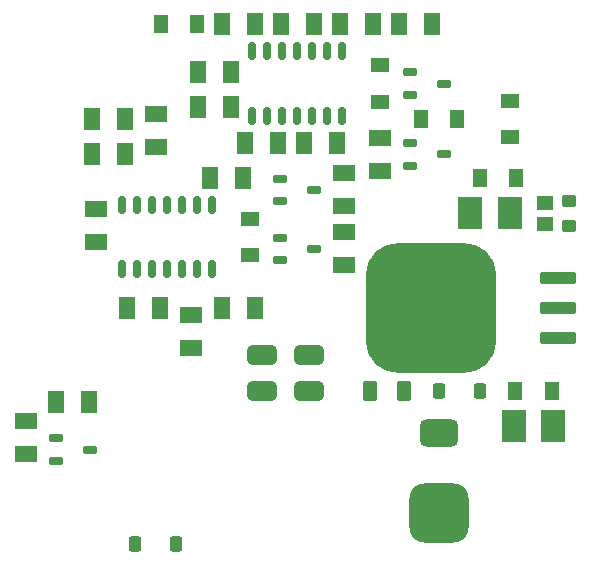
<source format=gtp>
G04*
G04 #@! TF.GenerationSoftware,Altium Limited,Altium Designer,23.3.1 (30)*
G04*
G04 Layer_Color=8421504*
%FSLAX44Y44*%
%MOMM*%
G71*
G04*
G04 #@! TF.SameCoordinates,CF94DBF3-FF16-43C4-AECA-44031EA59DE8*
G04*
G04*
G04 #@! TF.FilePolarity,Positive*
G04*
G01*
G75*
G04:AMPARAMS|DCode=15|XSize=0.6mm|YSize=1.45mm|CornerRadius=0.15mm|HoleSize=0mm|Usage=FLASHONLY|Rotation=0.000|XOffset=0mm|YOffset=0mm|HoleType=Round|Shape=RoundedRectangle|*
%AMROUNDEDRECTD15*
21,1,0.6000,1.1500,0,0,0.0*
21,1,0.3000,1.4500,0,0,0.0*
1,1,0.3000,0.1500,-0.5750*
1,1,0.3000,-0.1500,-0.5750*
1,1,0.3000,-0.1500,0.5750*
1,1,0.3000,0.1500,0.5750*
%
%ADD15ROUNDEDRECTD15*%
G04:AMPARAMS|DCode=16|XSize=11mm|YSize=11mm|CornerRadius=2.75mm|HoleSize=0mm|Usage=FLASHONLY|Rotation=270.000|XOffset=0mm|YOffset=0mm|HoleType=Round|Shape=RoundedRectangle|*
%AMROUNDEDRECTD16*
21,1,11.0000,5.5000,0,0,270.0*
21,1,5.5000,11.0000,0,0,270.0*
1,1,5.5000,-2.7500,-2.7500*
1,1,5.5000,-2.7500,2.7500*
1,1,5.5000,2.7500,2.7500*
1,1,5.5000,2.7500,-2.7500*
%
%ADD16ROUNDEDRECTD16*%
G04:AMPARAMS|DCode=17|XSize=1.05mm|YSize=3.1mm|CornerRadius=0.2625mm|HoleSize=0mm|Usage=FLASHONLY|Rotation=270.000|XOffset=0mm|YOffset=0mm|HoleType=Round|Shape=RoundedRectangle|*
%AMROUNDEDRECTD17*
21,1,1.0500,2.5750,0,0,270.0*
21,1,0.5250,3.1000,0,0,270.0*
1,1,0.5250,-1.2875,-0.2625*
1,1,0.5250,-1.2875,0.2625*
1,1,0.5250,1.2875,0.2625*
1,1,0.5250,1.2875,-0.2625*
%
%ADD17ROUNDEDRECTD17*%
%ADD18R,1.3500X1.1500*%
%ADD19R,1.9500X1.4000*%
%ADD20R,1.4000X1.9500*%
G04:AMPARAMS|DCode=21|XSize=0.65mm|YSize=1.25mm|CornerRadius=0.1625mm|HoleSize=0mm|Usage=FLASHONLY|Rotation=90.000|XOffset=0mm|YOffset=0mm|HoleType=Round|Shape=RoundedRectangle|*
%AMROUNDEDRECTD21*
21,1,0.6500,0.9250,0,0,90.0*
21,1,0.3250,1.2500,0,0,90.0*
1,1,0.3250,0.4625,0.1625*
1,1,0.3250,0.4625,-0.1625*
1,1,0.3250,-0.4625,-0.1625*
1,1,0.3250,-0.4625,0.1625*
%
%ADD21ROUNDEDRECTD21*%
G04:AMPARAMS|DCode=22|XSize=1.75mm|YSize=1.25mm|CornerRadius=0.3125mm|HoleSize=0mm|Usage=FLASHONLY|Rotation=90.000|XOffset=0mm|YOffset=0mm|HoleType=Round|Shape=RoundedRectangle|*
%AMROUNDEDRECTD22*
21,1,1.7500,0.6250,0,0,90.0*
21,1,1.1250,1.2500,0,0,90.0*
1,1,0.6250,0.3125,0.5625*
1,1,0.6250,0.3125,-0.5625*
1,1,0.6250,-0.3125,-0.5625*
1,1,0.6250,-0.3125,0.5625*
%
%ADD22ROUNDEDRECTD22*%
G04:AMPARAMS|DCode=23|XSize=1.3mm|YSize=1.1mm|CornerRadius=0.275mm|HoleSize=0mm|Usage=FLASHONLY|Rotation=270.000|XOffset=0mm|YOffset=0mm|HoleType=Round|Shape=RoundedRectangle|*
%AMROUNDEDRECTD23*
21,1,1.3000,0.5500,0,0,270.0*
21,1,0.7500,1.1000,0,0,270.0*
1,1,0.5500,-0.2750,-0.3750*
1,1,0.5500,-0.2750,0.3750*
1,1,0.5500,0.2750,0.3750*
1,1,0.5500,0.2750,-0.3750*
%
%ADD23ROUNDEDRECTD23*%
G04:AMPARAMS|DCode=24|XSize=1.2mm|YSize=1.1mm|CornerRadius=0.275mm|HoleSize=0mm|Usage=FLASHONLY|Rotation=180.000|XOffset=0mm|YOffset=0mm|HoleType=Round|Shape=RoundedRectangle|*
%AMROUNDEDRECTD24*
21,1,1.2000,0.5500,0,0,180.0*
21,1,0.6500,1.1000,0,0,180.0*
1,1,0.5500,-0.3250,0.2750*
1,1,0.5500,0.3250,0.2750*
1,1,0.5500,0.3250,-0.2750*
1,1,0.5500,-0.3250,-0.2750*
%
%ADD24ROUNDEDRECTD24*%
G04:AMPARAMS|DCode=25|XSize=1.7mm|YSize=2.5mm|CornerRadius=0.425mm|HoleSize=0mm|Usage=FLASHONLY|Rotation=270.000|XOffset=0mm|YOffset=0mm|HoleType=Round|Shape=RoundedRectangle|*
%AMROUNDEDRECTD25*
21,1,1.7000,1.6500,0,0,270.0*
21,1,0.8500,2.5000,0,0,270.0*
1,1,0.8500,-0.8250,-0.4250*
1,1,0.8500,-0.8250,0.4250*
1,1,0.8500,0.8250,0.4250*
1,1,0.8500,0.8250,-0.4250*
%
%ADD25ROUNDEDRECTD25*%
G04:AMPARAMS|DCode=26|XSize=5mm|YSize=5mm|CornerRadius=1.25mm|HoleSize=0mm|Usage=FLASHONLY|Rotation=180.000|XOffset=0mm|YOffset=0mm|HoleType=Round|Shape=RoundedRectangle|*
%AMROUNDEDRECTD26*
21,1,5.0000,2.5000,0,0,180.0*
21,1,2.5000,5.0000,0,0,180.0*
1,1,2.5000,-1.2500,1.2500*
1,1,2.5000,1.2500,1.2500*
1,1,2.5000,1.2500,-1.2500*
1,1,2.5000,-1.2500,-1.2500*
%
%ADD26ROUNDEDRECTD26*%
G04:AMPARAMS|DCode=27|XSize=3.3mm|YSize=2.3mm|CornerRadius=0.575mm|HoleSize=0mm|Usage=FLASHONLY|Rotation=180.000|XOffset=0mm|YOffset=0mm|HoleType=Round|Shape=RoundedRectangle|*
%AMROUNDEDRECTD27*
21,1,3.3000,1.1500,0,0,180.0*
21,1,2.1500,2.3000,0,0,180.0*
1,1,1.1500,-1.0750,0.5750*
1,1,1.1500,1.0750,0.5750*
1,1,1.1500,1.0750,-0.5750*
1,1,1.1500,-1.0750,-0.5750*
%
%ADD27ROUNDEDRECTD27*%
%ADD28R,1.6000X1.2000*%
%ADD29R,1.2000X1.6000*%
%ADD30R,2.0000X2.8000*%
D15*
X288100Y497250D02*
D03*
X275400D02*
D03*
X262700D02*
D03*
X250000D02*
D03*
X237300D02*
D03*
X224600D02*
D03*
X211900D02*
D03*
X288100Y442750D02*
D03*
X275400D02*
D03*
X262700D02*
D03*
X250000D02*
D03*
X237300D02*
D03*
X224600D02*
D03*
X211900D02*
D03*
X178100Y367250D02*
D03*
X165400D02*
D03*
X152700D02*
D03*
X140000D02*
D03*
X127300D02*
D03*
X114600D02*
D03*
X101900D02*
D03*
X178100Y312750D02*
D03*
X165400D02*
D03*
X152700D02*
D03*
X140000D02*
D03*
X127300D02*
D03*
X114600D02*
D03*
X101900D02*
D03*
D16*
X363250Y280000D02*
D03*
D17*
X470500Y305400D02*
D03*
Y280000D02*
D03*
Y254600D02*
D03*
D18*
X460000Y350750D02*
D03*
Y369250D02*
D03*
D19*
X20000Y184000D02*
D03*
Y156000D02*
D03*
X320000Y424000D02*
D03*
Y396000D02*
D03*
X290000Y316000D02*
D03*
Y344000D02*
D03*
Y366000D02*
D03*
Y394000D02*
D03*
X80000Y364000D02*
D03*
Y336000D02*
D03*
X160000Y274000D02*
D03*
Y246000D02*
D03*
X130000Y416000D02*
D03*
Y444000D02*
D03*
D20*
X46000Y200000D02*
D03*
X74000D02*
D03*
X284000Y420000D02*
D03*
X256000D02*
D03*
X166000Y480000D02*
D03*
X194000D02*
D03*
Y450000D02*
D03*
X166000D02*
D03*
X234000Y420000D02*
D03*
X206000D02*
D03*
X364000Y520000D02*
D03*
X336000D02*
D03*
X314000D02*
D03*
X286000D02*
D03*
X214000D02*
D03*
X186000D02*
D03*
X264000D02*
D03*
X236000D02*
D03*
X76000Y410000D02*
D03*
X104000D02*
D03*
X186000Y280000D02*
D03*
X214000D02*
D03*
X106000D02*
D03*
X134000D02*
D03*
X176000Y390000D02*
D03*
X204000D02*
D03*
X104000Y440000D02*
D03*
X76000D02*
D03*
D21*
X74250Y160000D02*
D03*
X45750Y150500D02*
D03*
Y169500D02*
D03*
X374250Y410000D02*
D03*
X345750Y400500D02*
D03*
Y419500D02*
D03*
X374250Y470000D02*
D03*
X345750Y460500D02*
D03*
Y479500D02*
D03*
X264250Y330000D02*
D03*
X235750Y320500D02*
D03*
Y339500D02*
D03*
X264250Y380000D02*
D03*
X235750Y370500D02*
D03*
Y389500D02*
D03*
D22*
X311500Y210000D02*
D03*
X340000D02*
D03*
D23*
X112500Y80000D02*
D03*
X147500D02*
D03*
X370000Y210000D02*
D03*
X405000D02*
D03*
D24*
X480000Y370500D02*
D03*
Y349500D02*
D03*
D25*
X259750Y240000D02*
D03*
X220250D02*
D03*
X259750Y210000D02*
D03*
X220250D02*
D03*
D26*
X370000Y106000D02*
D03*
D27*
Y174000D02*
D03*
D28*
X430000Y455500D02*
D03*
Y424500D02*
D03*
X320000Y485500D02*
D03*
Y454500D02*
D03*
X210000Y324500D02*
D03*
Y355500D02*
D03*
D29*
X354500Y440000D02*
D03*
X385500D02*
D03*
X165500Y520000D02*
D03*
X134500D02*
D03*
X435500Y390000D02*
D03*
X404500D02*
D03*
X434500Y210000D02*
D03*
X465500D02*
D03*
D30*
X396500Y360000D02*
D03*
X430000D02*
D03*
X466750Y180000D02*
D03*
X433250D02*
D03*
M02*

</source>
